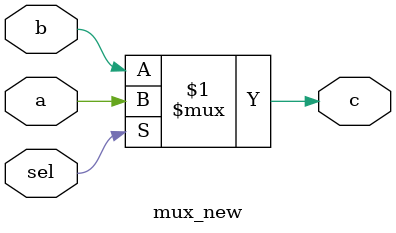
<source format=v>
`timescale 1ns / 1ps
module mux_new(
    input a,
    input b,
    input sel,
    output c
    );
	 assign c = (sel)?a:b;

endmodule

</source>
